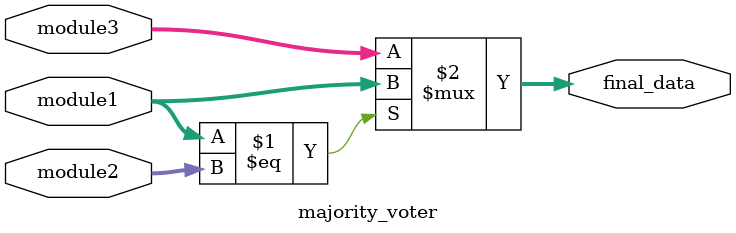
<source format=v>
module majority_voter #(parameter DATA_WIDTH=64)(
  input [DATA_WIDTH-1:0] module1,
  input [DATA_WIDTH-1:0] module2,
  input [DATA_WIDTH-1:0] module3,
  output [DATA_WIDTH-1:0] final_data);
  
  assign final_data=(module1==module2)?module1:module3;
  
endmodule

</source>
